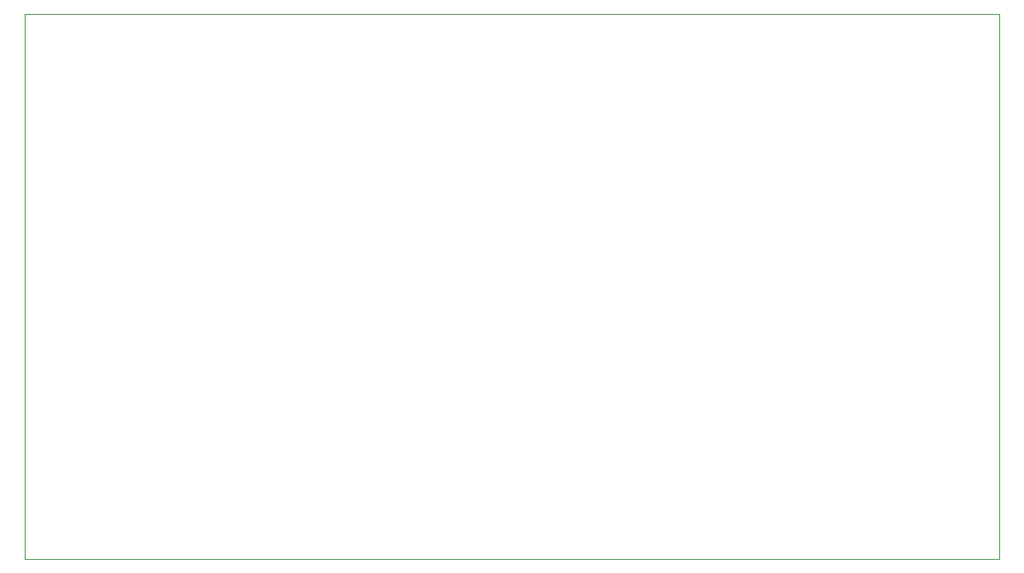
<source format=gbr>
%TF.GenerationSoftware,KiCad,Pcbnew,8.0.9-8.0.9-0~ubuntu22.04.1*%
%TF.CreationDate,2025-03-09T15:02:26+09:00*%
%TF.ProjectId,M302N,4d333032-4e2e-46b6-9963-61645f706362,rev?*%
%TF.SameCoordinates,Original*%
%TF.FileFunction,Profile,NP*%
%FSLAX46Y46*%
G04 Gerber Fmt 4.6, Leading zero omitted, Abs format (unit mm)*
G04 Created by KiCad (PCBNEW 8.0.9-8.0.9-0~ubuntu22.04.1) date 2025-03-09 15:02:26*
%MOMM*%
%LPD*%
G01*
G04 APERTURE LIST*
%TA.AperFunction,Profile*%
%ADD10C,0.120000*%
%TD*%
G04 APERTURE END LIST*
D10*
X71120000Y-58547000D02*
X171196000Y-58547000D01*
X171196000Y-114554000D01*
X71120000Y-114554000D01*
X71120000Y-58547000D01*
M02*

</source>
